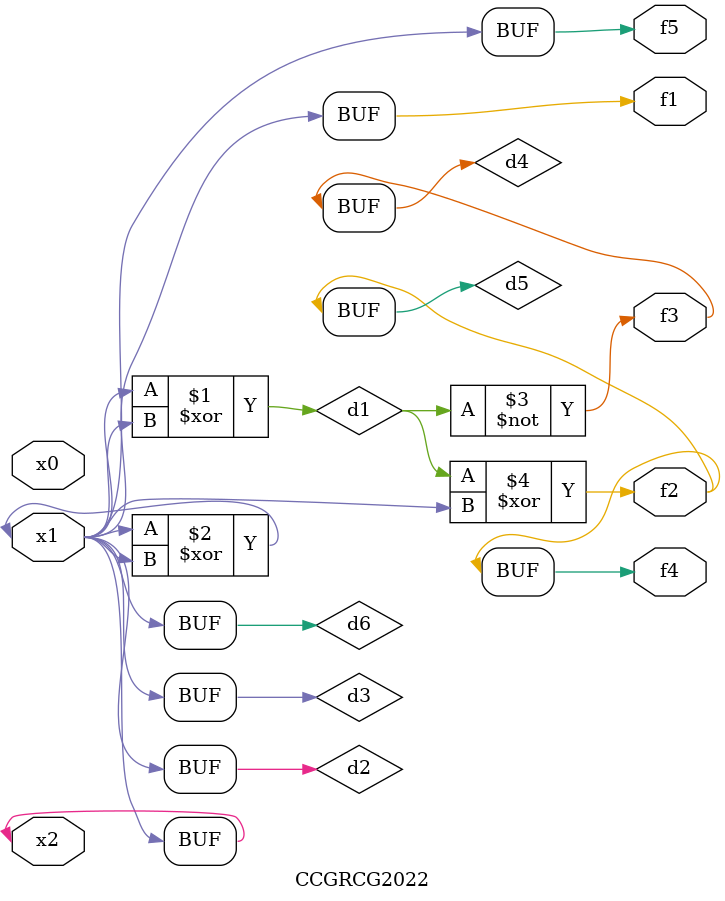
<source format=v>
module CCGRCG2022(
	input x0, x1, x2,
	output f1, f2, f3, f4, f5
);

	wire d1, d2, d3, d4, d5, d6;

	xor (d1, x1, x2);
	buf (d2, x1, x2);
	xor (d3, x1, x2);
	nor (d4, d1);
	xor (d5, d1, d2);
	buf (d6, d2, d3);
	assign f1 = d6;
	assign f2 = d5;
	assign f3 = d4;
	assign f4 = d5;
	assign f5 = d6;
endmodule

</source>
